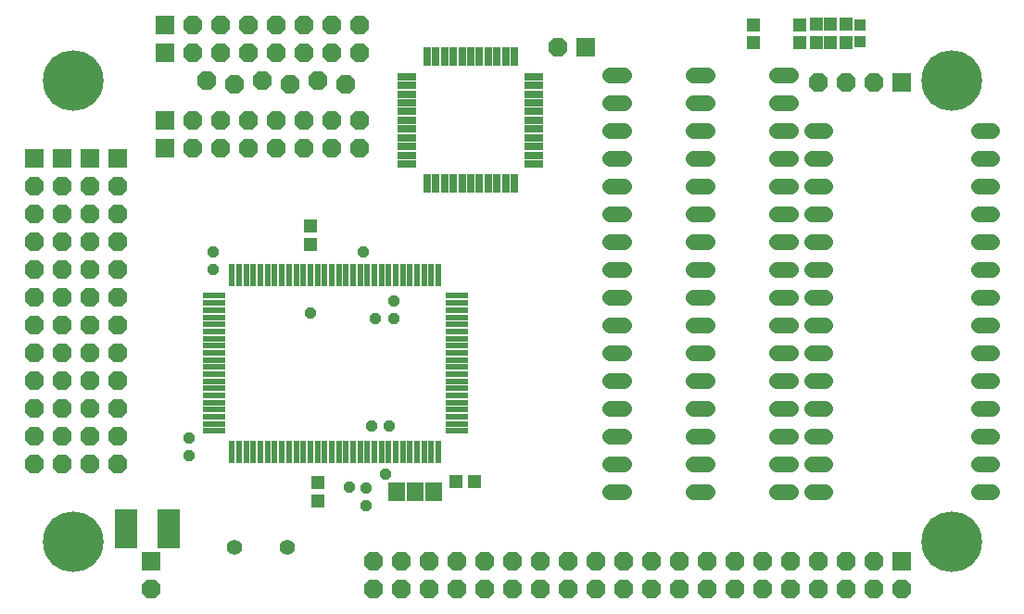
<source format=gts>
G75*
%MOIN*%
%OFA0B0*%
%FSLAX24Y24*%
%IPPOS*%
%LPD*%
%AMOC8*
5,1,8,0,0,1.08239X$1,22.5*
%
%ADD10R,0.0474X0.0513*%
%ADD11R,0.0395X0.0395*%
%ADD12R,0.0513X0.0474*%
%ADD13C,0.2180*%
%ADD14R,0.0237X0.0789*%
%ADD15R,0.0789X0.0237*%
%ADD16C,0.0560*%
%ADD17R,0.0474X0.0474*%
%ADD18R,0.0680X0.0680*%
%ADD19OC8,0.0680*%
%ADD20R,0.0671X0.0277*%
%ADD21R,0.0277X0.0671*%
%ADD22C,0.0560*%
%ADD23OC8,0.0417*%
%ADD24R,0.0828X0.1419*%
%ADD25R,0.0592X0.0671*%
D10*
X016478Y005750D03*
X017147Y005750D03*
X029438Y021540D03*
X029438Y022210D03*
D11*
X031000Y022170D03*
X031000Y021580D03*
D12*
X030500Y021540D03*
X029938Y021540D03*
X029938Y022210D03*
X030500Y022210D03*
X011250Y014960D03*
X011250Y014290D03*
X011500Y005710D03*
X011500Y005040D03*
D13*
X002697Y003572D03*
X002697Y020178D03*
X034303Y020178D03*
X034303Y003572D03*
D14*
X015836Y006811D03*
X015580Y006811D03*
X015324Y006811D03*
X015068Y006811D03*
X014812Y006811D03*
X014556Y006811D03*
X014300Y006811D03*
X014044Y006811D03*
X013788Y006811D03*
X013532Y006811D03*
X013277Y006811D03*
X013021Y006811D03*
X012765Y006811D03*
X012509Y006811D03*
X012253Y006811D03*
X011997Y006811D03*
X011741Y006811D03*
X011485Y006811D03*
X011229Y006811D03*
X010973Y006811D03*
X010718Y006811D03*
X010462Y006811D03*
X010206Y006811D03*
X009950Y006811D03*
X009694Y006811D03*
X009438Y006811D03*
X009182Y006811D03*
X008926Y006811D03*
X008670Y006811D03*
X008414Y006811D03*
X008414Y013189D03*
X008670Y013189D03*
X008926Y013189D03*
X009182Y013189D03*
X009438Y013189D03*
X009694Y013189D03*
X009950Y013189D03*
X010206Y013189D03*
X010462Y013189D03*
X010718Y013189D03*
X010973Y013189D03*
X011229Y013189D03*
X011485Y013189D03*
X011741Y013189D03*
X011997Y013189D03*
X012253Y013189D03*
X012509Y013189D03*
X012765Y013189D03*
X013021Y013189D03*
X013277Y013189D03*
X013532Y013189D03*
X013788Y013189D03*
X014044Y013189D03*
X014300Y013189D03*
X014556Y013189D03*
X014812Y013189D03*
X015068Y013189D03*
X015324Y013189D03*
X015580Y013189D03*
X015836Y013189D03*
D15*
X016495Y012431D03*
X016495Y012175D03*
X016495Y011919D03*
X016495Y011663D03*
X016495Y011407D03*
X016495Y011152D03*
X016495Y010896D03*
X016495Y010640D03*
X016495Y010384D03*
X016495Y010128D03*
X016495Y009872D03*
X016495Y009616D03*
X016495Y009360D03*
X016495Y009104D03*
X016495Y008848D03*
X016495Y008593D03*
X016495Y008337D03*
X016495Y008081D03*
X016495Y007825D03*
X016495Y007569D03*
X007755Y007569D03*
X007755Y007825D03*
X007755Y008081D03*
X007755Y008337D03*
X007755Y008593D03*
X007755Y008848D03*
X007755Y009104D03*
X007755Y009360D03*
X007755Y009616D03*
X007755Y009872D03*
X007755Y010128D03*
X007755Y010384D03*
X007755Y010640D03*
X007755Y010896D03*
X007755Y011152D03*
X007755Y011407D03*
X007755Y011663D03*
X007755Y011919D03*
X007755Y012175D03*
X007755Y012431D03*
D16*
X022010Y012375D02*
X022490Y012375D01*
X022010Y012375D01*
X022010Y011375D02*
X022490Y011375D01*
X022010Y011375D01*
X022010Y010375D02*
X022490Y010375D01*
X022010Y010375D01*
X022010Y009375D02*
X022490Y009375D01*
X022010Y009375D01*
X022010Y008375D02*
X022490Y008375D01*
X022010Y008375D01*
X022010Y007375D02*
X022490Y007375D01*
X022010Y007375D01*
X022010Y006375D02*
X022490Y006375D01*
X022010Y006375D01*
X022010Y005375D02*
X022490Y005375D01*
X022010Y005375D01*
X025010Y005375D02*
X025490Y005375D01*
X025490Y006375D02*
X025010Y006375D01*
X025010Y007375D02*
X025490Y007375D01*
X025490Y008375D02*
X025010Y008375D01*
X025010Y009375D02*
X025490Y009375D01*
X025490Y010375D02*
X025010Y010375D01*
X025010Y011375D02*
X025490Y011375D01*
X025490Y012375D02*
X025010Y012375D01*
X025010Y013375D02*
X025490Y013375D01*
X025490Y014375D02*
X025010Y014375D01*
X025010Y015375D02*
X025490Y015375D01*
X025490Y016375D02*
X025010Y016375D01*
X025010Y017375D02*
X025490Y017375D01*
X025490Y018375D02*
X025010Y018375D01*
X025010Y019375D02*
X025490Y019375D01*
X025490Y020375D02*
X025010Y020375D01*
X022490Y020375D02*
X022010Y020375D01*
X022490Y020375D01*
X022490Y019375D02*
X022010Y019375D01*
X022490Y019375D01*
X022490Y018375D02*
X022010Y018375D01*
X022490Y018375D01*
X022490Y017375D02*
X022010Y017375D01*
X022490Y017375D01*
X022490Y016375D02*
X022010Y016375D01*
X022490Y016375D01*
X022490Y015375D02*
X022010Y015375D01*
X022490Y015375D01*
X022490Y014375D02*
X022010Y014375D01*
X022490Y014375D01*
X022490Y013375D02*
X022010Y013375D01*
X022490Y013375D01*
X028010Y013375D02*
X028490Y013375D01*
X029260Y013375D02*
X029740Y013375D01*
X029740Y012375D02*
X029260Y012375D01*
X028490Y012375D02*
X028010Y012375D01*
X028010Y011375D02*
X028490Y011375D01*
X029260Y011375D02*
X029740Y011375D01*
X029740Y010375D02*
X029260Y010375D01*
X028490Y010375D02*
X028010Y010375D01*
X028010Y009375D02*
X028490Y009375D01*
X029260Y009375D02*
X029740Y009375D01*
X029740Y008375D02*
X029260Y008375D01*
X028490Y008375D02*
X028010Y008375D01*
X028010Y007375D02*
X028490Y007375D01*
X029260Y007375D02*
X029740Y007375D01*
X029740Y006375D02*
X029260Y006375D01*
X028490Y006375D02*
X028010Y006375D01*
X028010Y005375D02*
X028490Y005375D01*
X029260Y005375D02*
X029740Y005375D01*
X035260Y005375D02*
X035740Y005375D01*
X035740Y006375D02*
X035260Y006375D01*
X035260Y007375D02*
X035740Y007375D01*
X035740Y008375D02*
X035260Y008375D01*
X035260Y009375D02*
X035740Y009375D01*
X035740Y010375D02*
X035260Y010375D01*
X035260Y011375D02*
X035740Y011375D01*
X035740Y012375D02*
X035260Y012375D01*
X035260Y013375D02*
X035740Y013375D01*
X035740Y014375D02*
X035260Y014375D01*
X035260Y015375D02*
X035740Y015375D01*
X035740Y016375D02*
X035260Y016375D01*
X035260Y017375D02*
X035740Y017375D01*
X035740Y018375D02*
X035260Y018375D01*
X029740Y018375D02*
X029260Y018375D01*
X028490Y018375D02*
X028010Y018375D01*
X028010Y019375D02*
X028490Y019375D01*
X028490Y020375D02*
X028010Y020375D01*
X028010Y017375D02*
X028490Y017375D01*
X029260Y017375D02*
X029740Y017375D01*
X029740Y016375D02*
X029260Y016375D01*
X028490Y016375D02*
X028010Y016375D01*
X028010Y015375D02*
X028490Y015375D01*
X029260Y015375D02*
X029740Y015375D01*
X029740Y014375D02*
X029260Y014375D01*
X028490Y014375D02*
X028010Y014375D01*
D17*
X028827Y021560D03*
X028827Y022190D03*
X027173Y022190D03*
X027173Y021560D03*
D18*
X032500Y020125D03*
X021125Y021375D03*
X006000Y021188D03*
X006000Y022188D03*
X006000Y018750D03*
X006000Y017750D03*
X004313Y017375D03*
X003313Y017375D03*
X002313Y017375D03*
X001313Y017375D03*
X005500Y002875D03*
X032500Y002875D03*
D19*
X005500Y001875D03*
X004313Y006375D03*
X003313Y006375D03*
X002313Y006375D03*
X001313Y006375D03*
X001313Y007375D03*
X002313Y007375D03*
X003313Y007375D03*
X004313Y007375D03*
X004313Y008375D03*
X003313Y008375D03*
X002313Y008375D03*
X001313Y008375D03*
X001313Y009375D03*
X002313Y009375D03*
X003313Y009375D03*
X004313Y009375D03*
X004313Y010375D03*
X003313Y010375D03*
X002313Y010375D03*
X001313Y010375D03*
X001313Y011375D03*
X002313Y011375D03*
X003313Y011375D03*
X004313Y011375D03*
X004313Y012375D03*
X003313Y012375D03*
X002313Y012375D03*
X001313Y012375D03*
X001313Y013375D03*
X002313Y013375D03*
X003313Y013375D03*
X004313Y013375D03*
X004313Y014375D03*
X003313Y014375D03*
X002313Y014375D03*
X001313Y014375D03*
X001313Y015375D03*
X002313Y015375D03*
X003313Y015375D03*
X004313Y015375D03*
X004313Y016375D03*
X003313Y016375D03*
X002313Y016375D03*
X001313Y016375D03*
X007000Y017750D03*
X008000Y017750D03*
X009000Y017750D03*
X010000Y017750D03*
X011000Y017750D03*
X012000Y017750D03*
X013000Y017750D03*
X013000Y018750D03*
X012000Y018750D03*
X011000Y018750D03*
X010000Y018750D03*
X009000Y018750D03*
X008000Y018750D03*
X007000Y018750D03*
X007500Y020188D03*
X008500Y020063D03*
X009500Y020188D03*
X010500Y020063D03*
X011500Y020188D03*
X012500Y020063D03*
X012000Y021188D03*
X011000Y021188D03*
X010000Y021188D03*
X009000Y021188D03*
X008000Y021188D03*
X007000Y021188D03*
X007000Y022188D03*
X008000Y022188D03*
X009000Y022188D03*
X010000Y022188D03*
X011000Y022188D03*
X012000Y022188D03*
X013000Y022188D03*
X013000Y021188D03*
X020125Y021375D03*
X029500Y020125D03*
X030500Y020125D03*
X031500Y020125D03*
X031500Y002875D03*
X030500Y002875D03*
X029500Y002875D03*
X028500Y002875D03*
X027500Y002875D03*
X026500Y002875D03*
X025500Y002875D03*
X024500Y002875D03*
X023500Y002875D03*
X022500Y002875D03*
X021500Y002875D03*
X020500Y002875D03*
X019500Y002875D03*
X018500Y002875D03*
X017500Y002875D03*
X016500Y002875D03*
X015500Y002875D03*
X014500Y002875D03*
X013500Y002875D03*
X013500Y001875D03*
X014500Y001875D03*
X015500Y001875D03*
X016500Y001875D03*
X017500Y001875D03*
X018500Y001875D03*
X019500Y001875D03*
X020500Y001875D03*
X021500Y001875D03*
X022500Y001875D03*
X023500Y001875D03*
X024500Y001875D03*
X025500Y001875D03*
X026500Y001875D03*
X027500Y001875D03*
X028500Y001875D03*
X029500Y001875D03*
X030500Y001875D03*
X031500Y001875D03*
X032500Y001875D03*
D20*
X019283Y017175D03*
X019283Y017490D03*
X019283Y017805D03*
X019283Y018120D03*
X019283Y018435D03*
X019283Y018750D03*
X019283Y019065D03*
X019283Y019380D03*
X019283Y019695D03*
X019283Y020010D03*
X019283Y020325D03*
X014717Y020325D03*
X014717Y020010D03*
X014717Y019695D03*
X014717Y019380D03*
X014717Y019065D03*
X014717Y018750D03*
X014717Y018435D03*
X014717Y018120D03*
X014717Y017805D03*
X014717Y017490D03*
X014717Y017175D03*
D21*
X015425Y016467D03*
X015740Y016467D03*
X016055Y016467D03*
X016370Y016467D03*
X016685Y016467D03*
X017000Y016467D03*
X017315Y016467D03*
X017630Y016467D03*
X017945Y016467D03*
X018260Y016467D03*
X018575Y016467D03*
X018575Y021033D03*
X018260Y021033D03*
X017945Y021033D03*
X017630Y021033D03*
X017315Y021033D03*
X017000Y021033D03*
X016685Y021033D03*
X016370Y021033D03*
X016055Y021033D03*
X015740Y021033D03*
X015425Y021033D03*
D22*
X010388Y003375D03*
X008488Y003375D03*
D23*
X012625Y005563D03*
X013250Y005500D03*
X013938Y006000D03*
X013250Y004875D03*
X013438Y007750D03*
X014063Y007750D03*
X014250Y011625D03*
X013563Y011625D03*
X014250Y012250D03*
X013125Y014000D03*
X011250Y011813D03*
X007750Y013375D03*
X007750Y014000D03*
X006875Y007313D03*
X006875Y006688D03*
D24*
X006143Y004063D03*
X004607Y004063D03*
D25*
X014331Y005375D03*
X015000Y005375D03*
X015669Y005375D03*
M02*

</source>
